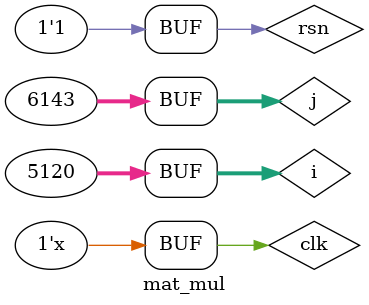
<source format=v>
module mat_mul;

reg clk;
reg rsn;

reg [127:0] memory [25'hFFFF:0];
reg tmp_mem_data_ready;
reg [127:0] tmp_mem_data;
reg [19:0] tmp_mem_addr;

wire mem_data_ready;
wire [127:0] mem_data;
wire [19:0] mem_addr;
wire mem_read;
wire [19:0] mem_read_addr;
wire mem_write_enable;
wire [19:0] mem_write_addr;
wire [31:0] mem_write_data;
wire mem_write_byte;

integer i;
integer j;

assign mem_data_ready = tmp_mem_data_ready;
assign mem_data = tmp_mem_data;
assign mem_addr = tmp_mem_addr;

vi_core vi_core(
	.clk_i	(clk),
	.rsn_i	(rsn),
	.mem_data_ready_i (mem_data_ready),
	.mem_data_i	  (mem_data),
	.mem_addr_i	  (mem_addr),
	.mem_read_o	  (mem_read),
	.mem_read_addr_o  (mem_read_addr),
	.mem_write_enable_o	(mem_write_enable),
	.mem_write_byte_o	(mem_write_byte),
	.mem_write_addr_o	(mem_write_addr),
	.mem_write_data_o	(mem_write_data)
);

always begin
	#5 clk = !clk;	
end

initial begin
	rsn = 1'b0;
	clk = 1'b1;
	#20
	tmp_mem_data = 128'b0;
	tmp_mem_addr = 20'b0;
	tmp_mem_data_ready = 1'b0;
	// 1000 8-bit element /  
	
	// 0001001 rs2 rs1 000 00000 1110011 (itlbwrite invented as sfence.vma)
	// 0001001 rs2 rs1 001 00000 1110011 (dtlbwrite invented as sfence.vma)
	//itlbwrite x1,x2
	//0001 0010 0010 0000 1000 0000 0111 0011
	//12208073
	//dtlbwrite x1,x2
	//0001 0010 0010 0000 1001 0000 0111 0011
	//12209073

	// Initialize memory with os at 0x1000	// 0001 0000 0000 |0000 000	
	memory[25'h100] = {32'h00311133, 32'h00F00193, 32'h00108113, 32'h001000B3};
	memory[25'h101] = {32'h00000000, 32'h00000000, 32'h30200073, 32'h12208073};
	// Initialize exc handler at 0x2000	// 0010 0000 0|000 0000
	memory[25'h200] = {32'h00000f33, 32'h01ef9fb3, 32'h00b00f13, 32'h00100f93};
	memory[25'h201] = {32'h004fa623, 32'h003fa423, 32'h002fa223, 32'h001fa023};
	memory[25'h202] = {32'h008fae23, 32'h007fac23, 32'h006faa23, 32'h005fa823};
	memory[25'h203] = {32'h00100113, 32'h342020f3, 32'h02afa223, 32'h029fa023};
	memory[25'h204] = {32'h003112b3, 32'h00400193, 32'h00311233, 32'h00200193};
	memory[25'h205] = {32'h003113b3, 32'h00c00193, 32'h00311333, 32'h00600193};
	memory[25'h206] = {32'h003114b3, 32'h00f00193, 32'h00311433, 32'h00d00193};
	memory[25'h207] = {32'h02608c63, 32'h02508863, 32'h02408463, 32'h02208063};
	memory[25'h208] = {32'h0a0000ef, 32'h08908063, 32'h06808063, 32'h04708063};
	memory[25'h209] = {32'h0aa00f13, 32'h094000ef, 32'h00000f93, 32'h0aa00f13};
	memory[25'h20a] = {32'h00400f93, 32'h0aa00f13, 32'h088000ef, 32'h00200f93};
	memory[25'h20b] = {32'h070000ef, 32'h00600f93, 32'h0aa00f13, 32'h07c000ef};
	memory[25'h20c] = {32'h00311133, 32'h00f00193, 32'h00100113, 32'h341020f3};
	memory[25'h20d] = {32'h00c00f93, 32'h0aa00f13, 32'h12208073, 32'h00208133};
	memory[25'h20e] = {32'h01000193, 32'h00100113, 32'h341020f3, 32'h04c000ef};
	memory[25'h20f] = {32'h0aa00f13, 32'h12209073, 32'h00208133, 32'h00311133};
	memory[25'h210] = {32'h00100113, 32'h341020f3, 32'h028000ef, 32'h00d00f93};
	memory[25'h211] = {32'h12209073, 32'h00208133, 32'h00311133, 32'h01000193};
	memory[25'h212] = {32'h00100513, 32'h004000ef, 32'h00f00f93, 32'h0aa00f13};
	memory[25'h213] = {32'h00452103, 32'h00052083, 32'h00951533, 32'h00b00493};
	memory[25'h214] = {32'h01452303, 32'h01052283, 32'h00c52203, 32'h00852183};
	memory[25'h215] = {32'h02452503, 32'h02052483, 32'h01c52403, 32'h01852383};
	memory[25'h216] = {32'h00000000, 32'h00000000, 32'h00000000, 32'h30200073};
	// Initialize USER CODE at 0x8000 // 1000 0000 0000 |0000 000
	memory[25'h800] = {32'h08000793, 32'h00000193, 32'h00000113, 32'h00000093};
	memory[25'h801] = {32'h00a292b3, 32'h01200513, 32'h00100293, 32'h00000213};
	memory[25'h802] = {32'h00000113, 32'h08f08663, 32'h00629333, 32'h00100313};
	memory[25'h803] = {32'h02f086b3, 32'h00000493, 32'h00000193, 32'h06f10e63};
	memory[25'h804] = {32'h011686b3, 32'h010118b3, 32'h010696b3, 32'h00200813};
	memory[25'h805] = {32'h02f085b3, 32'h04f18663, 32'h0096a023, 32'h006686b3};
	memory[25'h806] = {32'h004585b3, 32'h011585b3, 32'h010198b3, 32'h010595b3};
	memory[25'h807] = {32'h01160633, 32'h010118b3, 32'h01061633, 32'h02f18633};
	memory[25'h808] = {32'h0006a483, 32'h00062403, 32'h0005a383, 32'h00560633};
	memory[25'h809] = {32'h00118193, 32'h0096a023, 32'h00e484b3, 32'h02838733};
	memory[25'h80a] = {32'h00108093, 32'hf89ff0ef, 32'h00110113, 32'hfb9ff0ef};
	memory[25'h80b] = {32'h00000000, 32'h00000000, 32'h00000013, 32'hf79ff0ef};
	//
    for (i = 25'h1000; i<25'h1400; i=i+1) begin
        memory[i] = {32'h00000002, 32'h00000002, 32'h00000002, 32'h00000002};
        j = i+ 25'h400;
        memory[j] = {32'h00000003, 32'h00000003, 32'h00000003, 32'h00000003};
    end
	
	rsn = 1'b1;
end

always @ (posedge clk) begin
	if (mem_read) begin
		/*if (mem_read_addr>=32'h00050000 && mem_read_addr<32'h00090000) tmp_mem_data = 32'h00000003;
		else if (mem_read_addr>=32'h00010000 && mem_read_addrr<32'h0005000) tmp_mem_data = 32'h00000002;
		else*/ tmp_mem_data = memory[mem_read_addr[19:4]];
		tmp_mem_addr = mem_read_addr;
		tmp_mem_data_ready = 1'b1;
	end
	else tmp_mem_data_ready = 1'b0;
	if (mem_write_enable) begin
        if(mem_write_byte) begin
            memory[mem_write_addr[19:4]][mem_write_addr[3:0]*8 +: 8] = mem_write_data[7:0];
        end else begin
            memory[mem_write_addr[19:4]][mem_write_addr[3:2]*32 +: 32] = mem_write_data[31:0];
        end
	end
end

endmodule

</source>
